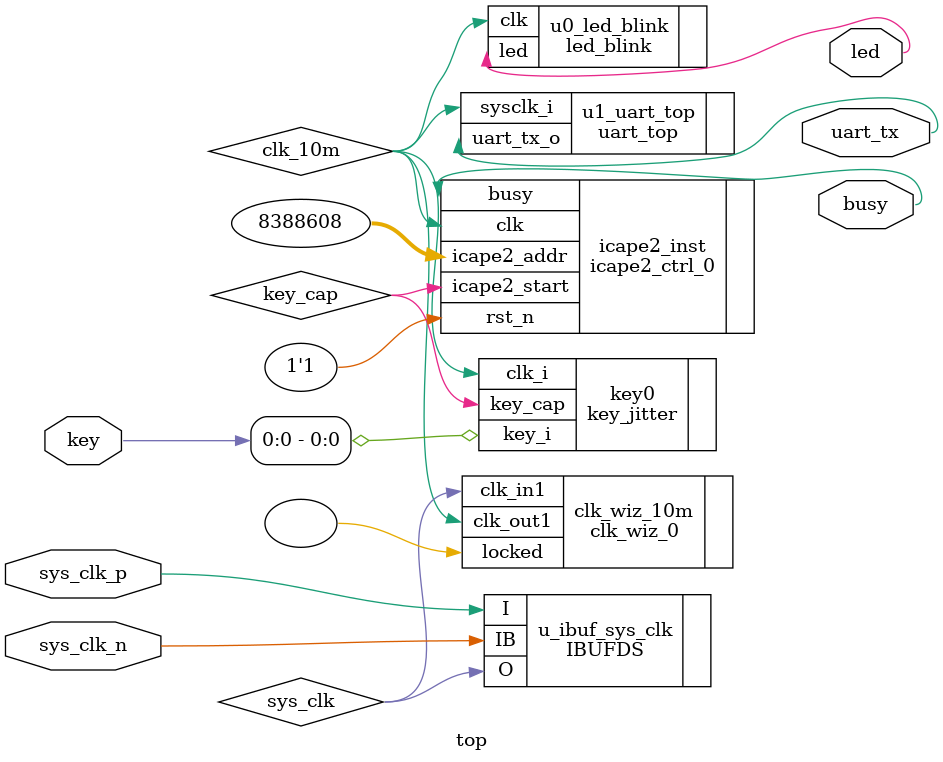
<source format=v>
`timescale 1ns / 1ns

module top
(
    input sys_clk_p,// Differentia system clock 200Mhz input on board
	input sys_clk_n,
	
	input[1:0] key,
	
	output busy,
	
    output led,
    output uart_tx
);

//===========================================================================
//Differentia system clock to single end clock
//===========================================================================
wire        sys_clk,clk_10m;
wire 		key_cap;
// IBUFDS: Differential Input Buffer
//         Kintex-7
// Xilinx HDL Language Template, version 2017.4
   
IBUFDS #(
	.DIFF_TERM("TRUE"),       // Differential Termination
	.IBUF_LOW_PWR("TRUE"),     // Low power="TRUE", Highest performance="FALSE" 
	.IOSTANDARD("DEFAULT")     // Specify the input I/O standard
) u_ibuf_sys_clk (
	.O(sys_clk),  // Buffer output
	.I(sys_clk_p),  // Diff_p buffer input (connect directly to top-level port)
	.IB(sys_clk_n) // Diff_n buffer input (connect directly to top-level port)
);          

clk_wiz_0 clk_wiz_10m
   (
    // Clock out ports
    .clk_out1(clk_10m),     // output clk_out1
    // Status and control signals
    .locked(),       // output locked
   // Clock in ports
    .clk_in1(sys_clk)      // input clk_in1
);


key_jitter#
(
	.CLK_FREQ(10000000) //200MHz
)
key0
(
	.clk_i(clk_10m),
	.key_i(key[0]),
	.key_cap(key_cap)
);

icape2_ctrl_0 icape2_inst (
  .clk          (clk_10m    ),    // input wire clk
  .rst_n        (1'b1       ),    // input wire rst_n
  .icape2_start (key_cap    ),    // input wire icape2_start
  .icape2_addr  (32'h800000 ),    // input wire [31 : 0] icape2_addr
  .busy         ( busy      )     // output wire busy
);


/* icape2_ctrl#(
	.DEVICE_ID  (32'h3691093),   // 7K325t-651 7A100t-631 
										                // 7A200T-636 7VX690T-691 
    .FLASH_SIZE_SMALLER_256Mb(1)       //0-->smaller 256Mb 1-->equal to or greater than 256 Mb
)icape2_ctrl_inst
(
	.clk			(clk_10m),
	.rst_n			(1'b1),
	.icape2_start 	(key_cap),//start posedge 
	.icape2_addr	(32'h800000)	,//start multiboot addr
				
	.busy           (busy)
); */


led_blink u0_led_blink(
    .clk(clk_10m),  //50MHz

    .led(led)
);

uart_top u1_uart_top
(
    .sysclk_i(clk_10m),
    .uart_tx_o(uart_tx) 
);

endmodule
</source>
